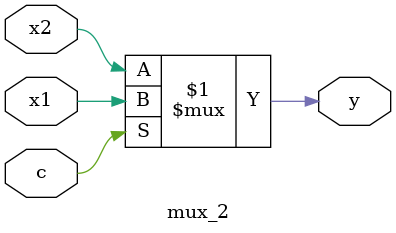
<source format=v>

module mux_2(x1,x2,c,y);

//i/o ports
input x1;
input x2;
input c;
output y;

//assign values
assign y = c ? x1 : x2;

//endmodule
endmodule

</source>
